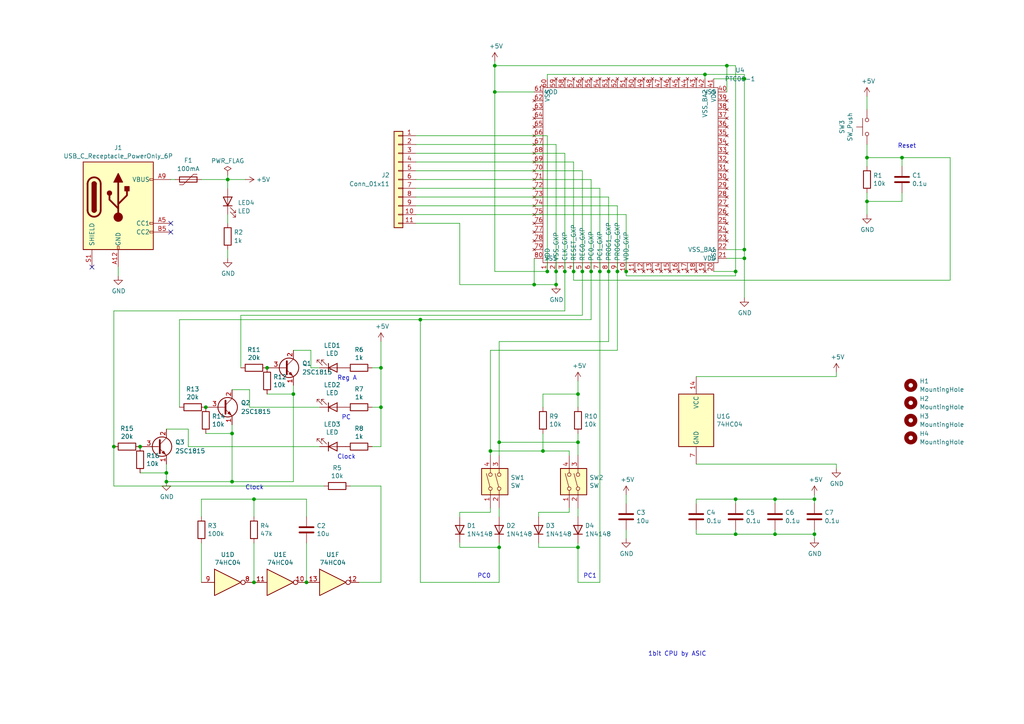
<source format=kicad_sch>
(kicad_sch (version 20231120) (generator "eeschema") (generator_version "8.0")
  (paper "A4")
  (lib_symbols
    (symbol "1bit-cpu-rescue:PTC06-1_GxP"
      (property "Reference" "U" (at 0 0 0))
      (property "Value" "PTC06-1" (at 3.81 -2.032 0))
      (symbol "PTC06-1_GxP_0_1"
        (rectangle (start -25.4 26.67) (end 25.4 -24.13))
      )
      (symbol "PTC06-1_GxP_1_0"
        (pin power_in line (at -24.13 -26.67 90) (length 2.54) (name "VDD") (number "1"))
        (pin power_out line (at -1.27 -26.67 90) (length 2.54) (name "VDD_GXP") (number "10"))
        (pin no_connect line (at 1.27 -26.67 90) (length 2.54) (name "") (number "11"))
        (pin no_connect line (at 3.81 -26.67 90) (length 2.54) (name "") (number "12"))
        (pin no_connect line (at 6.35 -26.67 90) (length 2.54) (name "") (number "13"))
        (pin no_connect line (at 8.89 -26.67 90) (length 2.54) (name "") (number "14"))
        (pin no_connect line (at 11.43 -26.67 90) (length 2.54) (name "") (number "15"))
        (pin no_connect line (at 13.97 -26.67 90) (length 2.54) (name "") (number "16"))
        (pin no_connect line (at 16.51 -26.67 90) (length 2.54) (name "") (number "17"))
        (pin no_connect line (at 19.05 -26.67 90) (length 2.54) (name "") (number "18"))
        (pin no_connect line (at 21.59 -26.67 90) (length 2.54) (name "") (number "19"))
        (pin power_in line (at -21.59 -26.67 90) (length 2.54) (name "VSS_GXP") (number "2"))
        (pin power_in line (at 24.13 -26.67 90) (length 2.54) (name "VSS") (number "20"))
        (pin power_in line (at 27.94 -22.86 180) (length 2.54) (name "VDD") (number "21"))
        (pin power_in line (at 27.94 -20.32 180) (length 2.54) (name "VSS_BA1") (number "22"))
        (pin no_connect line (at 27.94 -17.78 180) (length 2.54) (name "") (number "23"))
        (pin no_connect line (at 27.94 -15.24 180) (length 2.54) (name "") (number "24"))
        (pin no_connect line (at 27.94 -12.7 180) (length 2.54) (name "") (number "25"))
        (pin no_connect line (at 27.94 -10.16 180) (length 2.54) (name "") (number "26"))
        (pin no_connect line (at 27.94 -7.62 180) (length 2.54) (name "") (number "27"))
        (pin no_connect line (at 27.94 -5.08 180) (length 2.54) (name "") (number "28"))
        (pin no_connect line (at 27.94 -2.54 180) (length 2.54) (name "") (number "29"))
        (pin input line (at -19.05 -26.67 90) (length 2.54) (name "CLK_GXP") (number "3"))
        (pin no_connect line (at 27.94 0 180) (length 2.54) (name "") (number "30"))
        (pin no_connect line (at 27.94 2.54 180) (length 2.54) (name "") (number "31"))
        (pin no_connect line (at 27.94 5.08 180) (length 2.54) (name "") (number "32"))
        (pin no_connect line (at 27.94 7.62 180) (length 2.54) (name "") (number "33"))
        (pin no_connect line (at 27.94 10.16 180) (length 2.54) (name "") (number "34"))
        (pin no_connect line (at 27.94 12.7 180) (length 2.54) (name "") (number "35"))
        (pin no_connect line (at 27.94 15.24 180) (length 2.54) (name "") (number "36"))
        (pin no_connect line (at 27.94 17.78 180) (length 2.54) (name "") (number "37"))
        (pin no_connect line (at 27.94 20.32 180) (length 2.54) (name "") (number "38"))
        (pin no_connect line (at 27.94 22.86 180) (length 2.54) (name "") (number "39"))
        (pin output line (at -16.51 -26.67 90) (length 2.54) (name "RESET_GXP") (number "4"))
        (pin power_in line (at 27.94 25.4 180) (length 2.54) (name "VSS") (number "40"))
        (pin power_in line (at 24.13 29.21 270) (length 2.54) (name "VDD") (number "41"))
        (pin power_in line (at 21.59 29.21 270) (length 2.54) (name "VSS_BA2") (number "42"))
        (pin no_connect line (at 19.05 29.21 270) (length 2.54) (name "") (number "43"))
        (pin no_connect line (at 16.51 29.21 270) (length 2.54) (name "") (number "44"))
        (pin no_connect line (at 13.97 29.21 270) (length 2.54) (name "") (number "45"))
        (pin no_connect line (at 11.43 29.21 270) (length 2.54) (name "") (number "46"))
        (pin no_connect line (at 8.89 29.21 270) (length 2.54) (name "") (number "47"))
        (pin no_connect line (at 6.35 29.21 270) (length 2.54) (name "") (number "48"))
        (pin no_connect line (at 3.81 29.21 270) (length 2.54) (name "") (number "49"))
        (pin output line (at -13.97 -26.67 90) (length 2.54) (name "REG0_GXP") (number "5"))
        (pin no_connect line (at 1.27 29.21 270) (length 2.54) (name "") (number "50"))
        (pin no_connect line (at -1.27 29.21 270) (length 2.54) (name "") (number "51"))
        (pin no_connect line (at -3.81 29.21 270) (length 2.54) (name "") (number "52"))
        (pin no_connect line (at -6.35 29.21 270) (length 2.54) (name "") (number "53"))
        (pin no_connect line (at -8.89 29.21 270) (length 2.54) (name "") (number "54"))
        (pin no_connect line (at -11.43 29.21 270) (length 2.54) (name "") (number "55"))
        (pin no_connect line (at -13.97 29.21 270) (length 2.54) (name "") (number "56"))
        (pin no_connect line (at -16.51 29.21 270) (length 2.54) (name "") (number "57"))
        (pin no_connect line (at -19.05 29.21 270) (length 2.54) (name "") (number "58"))
        (pin no_connect line (at -21.59 29.21 270) (length 2.54) (name "") (number "59"))
        (pin output line (at -11.43 -26.67 90) (length 2.54) (name "PC0_GXP") (number "6"))
        (pin power_in line (at -24.13 29.21 270) (length 2.54) (name "VSS") (number "60"))
        (pin power_in line (at -27.94 25.4 0) (length 2.54) (name "VDD") (number "61"))
        (pin no_connect line (at -27.94 22.86 0) (length 2.54) (name "") (number "62"))
        (pin no_connect line (at -27.94 20.32 0) (length 2.54) (name "") (number "63"))
        (pin no_connect line (at -27.94 17.78 0) (length 2.54) (name "") (number "64"))
        (pin no_connect line (at -27.94 15.24 0) (length 2.54) (name "") (number "65"))
        (pin no_connect line (at -27.94 12.7 0) (length 2.54) (name "") (number "66"))
        (pin no_connect line (at -27.94 10.16 0) (length 2.54) (name "") (number "67"))
        (pin no_connect line (at -27.94 7.62 0) (length 2.54) (name "") (number "68"))
        (pin no_connect line (at -27.94 5.08 0) (length 2.54) (name "") (number "69"))
        (pin output line (at -8.89 -26.67 90) (length 2.54) (name "PC1_GXP") (number "7"))
        (pin no_connect line (at -27.94 2.54 0) (length 2.54) (name "") (number "70"))
        (pin no_connect line (at -27.94 0 0) (length 2.54) (name "") (number "71"))
        (pin no_connect line (at -27.94 -2.54 0) (length 2.54) (name "") (number "72"))
        (pin no_connect line (at -27.94 -5.08 0) (length 2.54) (name "") (number "73"))
        (pin no_connect line (at -27.94 -7.62 0) (length 2.54) (name "") (number "74"))
        (pin no_connect line (at -27.94 -10.16 0) (length 2.54) (name "") (number "75"))
        (pin no_connect line (at -27.94 -12.7 0) (length 2.54) (name "") (number "76"))
        (pin no_connect line (at -27.94 -15.24 0) (length 2.54) (name "") (number "77"))
        (pin no_connect line (at -27.94 -17.78 0) (length 2.54) (name "") (number "78"))
        (pin no_connect line (at -27.94 -20.32 0) (length 2.54) (name "") (number "79"))
        (pin input line (at -6.35 -26.67 90) (length 2.54) (name "PROG1_GXP") (number "8"))
        (pin power_in line (at -27.94 -22.86 0) (length 2.54) (name "VSS") (number "80"))
        (pin input line (at -3.81 -26.67 90) (length 2.54) (name "PROG0_GXP") (number "9"))
      )
    )
    (symbol "74xx:74HC04"
      (property "Reference" "U" (at 0 1.27 0))
      (property "Value" "74HC04" (at 0 -1.27 0))
      (symbol "74HC04_1_0"
        (polyline (pts (xy -3.81 3.81) (xy -3.81 -3.81) (xy 3.81 0) (xy -3.81 3.81)) (stroke (width 0.254)) (fill (type background)))
        (pin input line (at -7.62 0 0) (length 3.81) (name "~") (number "1"))
        (pin output inverted (at 7.62 0 180) (length 3.81) (name "~") (number "2"))
      )
      (symbol "74HC04_2_0"
        (polyline (pts (xy -3.81 3.81) (xy -3.81 -3.81) (xy 3.81 0) (xy -3.81 3.81)) (stroke (width 0.254)) (fill (type background)))
        (pin input line (at -7.62 0 0) (length 3.81) (name "~") (number "3"))
        (pin output inverted (at 7.62 0 180) (length 3.81) (name "~") (number "4"))
      )
      (symbol "74HC04_3_0"
        (polyline (pts (xy -3.81 3.81) (xy -3.81 -3.81) (xy 3.81 0) (xy -3.81 3.81)) (stroke (width 0.254)) (fill (type background)))
        (pin input line (at -7.62 0 0) (length 3.81) (name "~") (number "5"))
        (pin output inverted (at 7.62 0 180) (length 3.81) (name "~") (number "6"))
      )
      (symbol "74HC04_4_0"
        (polyline (pts (xy -3.81 3.81) (xy -3.81 -3.81) (xy 3.81 0) (xy -3.81 3.81)) (stroke (width 0.254)) (fill (type background)))
        (pin output inverted (at 7.62 0 180) (length 3.81) (name "~") (number "8"))
        (pin input line (at -7.62 0 0) (length 3.81) (name "~") (number "9"))
      )
      (symbol "74HC04_5_0"
        (polyline (pts (xy -3.81 3.81) (xy -3.81 -3.81) (xy 3.81 0) (xy -3.81 3.81)) (stroke (width 0.254)) (fill (type background)))
        (pin output inverted (at 7.62 0 180) (length 3.81) (name "~") (number "10"))
        (pin input line (at -7.62 0 0) (length 3.81) (name "~") (number "11"))
      )
      (symbol "74HC04_6_0"
        (polyline (pts (xy -3.81 3.81) (xy -3.81 -3.81) (xy 3.81 0) (xy -3.81 3.81)) (stroke (width 0.254)) (fill (type background)))
        (pin output inverted (at 7.62 0 180) (length 3.81) (name "~") (number "12"))
        (pin input line (at -7.62 0 0) (length 3.81) (name "~") (number "13"))
      )
      (symbol "74HC04_7_0"
        (pin power_in line (at 0 12.7 270) (length 5.08) (name "VCC") (number "14"))
        (pin power_in line (at 0 -12.7 90) (length 5.08) (name "GND") (number "7"))
      )
      (symbol "74HC04_7_1"
        (rectangle (start -5.08 7.62) (end 5.08 -7.62) (stroke (width 0.254)) (fill (type background)))
      )
    )
    (symbol "Connector:USB_C_Receptacle_PowerOnly_6P" (pin_names (offset 1.016))
      (property "Reference" "J" (at 0 16.51 0))
      (property "Value" "USB_C_Receptacle_PowerOnly_6P" (at 0 13.97 0))
      (symbol "USB_C_Receptacle_PowerOnly_6P_0_0"
        (rectangle (start -0.254 -12.7) (end 0.254 -11.684))
        (rectangle (start 10.16 -7.366) (end 9.144 -7.874))
        (rectangle (start 10.16 -4.826) (end 9.144 -5.334))
        (rectangle (start 10.16 7.874) (end 9.144 7.366))
      )
      (symbol "USB_C_Receptacle_PowerOnly_6P_0_1"
        (rectangle (start -10.16 12.7) (end 10.16 -12.7) (stroke (width 0.254)) (fill (type background)))
        (arc (start -8.89 -1.27) (mid -6.985 -3.1667) (end -5.08 -1.27) (stroke (width 0.508)))
        (arc (start -7.62 -1.27) (mid -6.985 -1.9023) (end -6.35 -1.27) (stroke (width 0.254)))
        (arc (start -7.62 -1.27) (mid -6.985 -1.9023) (end -6.35 -1.27) (stroke (width 0.254)) (fill (type outline)))
        (rectangle (start -7.62 -1.27) (end -6.35 6.35) (stroke (width 0.254)) (fill (type outline)))
        (arc (start -6.35 6.35) (mid -6.985 6.9823) (end -7.62 6.35) (stroke (width 0.254)))
        (arc (start -6.35 6.35) (mid -6.985 6.9823) (end -7.62 6.35) (stroke (width 0.254)) (fill (type outline)))
        (arc (start -5.08 6.35) (mid -6.985 8.2467) (end -8.89 6.35) (stroke (width 0.508)))
        (circle (center -2.54 3.683) (radius 0.635) (stroke (width 0.254)) (fill (type outline)))
        (circle (center 0 -3.302) (radius 1.27) (fill (type outline)))
        (polyline (pts (xy -8.89 -1.27) (xy -8.89 6.35)) (stroke (width 0.508)))
        (polyline (pts (xy -5.08 6.35) (xy -5.08 -1.27)) (stroke (width 0.508)))
        (polyline (pts (xy 0 -3.302) (xy 0 6.858)) (stroke (width 0.508)))
        (polyline (pts (xy 0 -0.762) (xy -2.54 1.778) (xy -2.54 3.048)) (stroke (width 0.508)))
        (polyline (pts (xy 0 0.508) (xy 2.54 3.048) (xy 2.54 4.318)) (stroke (width 0.508)))
        (polyline (pts (xy -1.27 6.858) (xy 0 9.398) (xy 1.27 6.858) (xy -1.27 6.858)) (stroke (width 0.254)) (fill (type outline)))
        (rectangle (start 1.905 4.318) (end 3.175 5.588) (stroke (width 0.254)) (fill (type outline)))
      )
      (symbol "USB_C_Receptacle_PowerOnly_6P_1_1"
        (pin passive line (at 0 -17.78 90) (length 5.08) (name "GND") (number "A12"))
        (pin bidirectional line (at 15.24 -5.08 180) (length 5.08) (name "CC1") (number "A5"))
        (pin passive line (at 15.24 7.62 180) (length 5.08) (name "VBUS") (number "A9"))
        (pin passive line (at 0 -17.78 90) (length 5.08) hide (name "GND") (number "B12"))
        (pin bidirectional line (at 15.24 -7.62 180) (length 5.08) (name "CC2") (number "B5"))
        (pin passive line (at 15.24 7.62 180) (length 5.08) hide (name "VBUS") (number "B9"))
        (pin passive line (at -7.62 -17.78 90) (length 5.08) (name "SHIELD") (number "S1"))
      )
    )
    (symbol "Connector_Generic:Conn_01x11" (pin_names (offset 1.016) hide)
      (property "Reference" "J" (at 0 15.24 0))
      (property "Value" "Conn_01x11" (at 0 -15.24 0))
      (symbol "Conn_01x11_1_1"
        (rectangle (start -1.27 -12.573) (end 0 -12.827) (stroke (width 0.1524)))
        (rectangle (start -1.27 -10.033) (end 0 -10.287) (stroke (width 0.1524)))
        (rectangle (start -1.27 -7.493) (end 0 -7.747) (stroke (width 0.1524)))
        (rectangle (start -1.27 -4.953) (end 0 -5.207) (stroke (width 0.1524)))
        (rectangle (start -1.27 -2.413) (end 0 -2.667) (stroke (width 0.1524)))
        (rectangle (start -1.27 0.127) (end 0 -0.127) (stroke (width 0.1524)))
        (rectangle (start -1.27 2.667) (end 0 2.413) (stroke (width 0.1524)))
        (rectangle (start -1.27 5.207) (end 0 4.953) (stroke (width 0.1524)))
        (rectangle (start -1.27 7.747) (end 0 7.493) (stroke (width 0.1524)))
        (rectangle (start -1.27 10.287) (end 0 10.033) (stroke (width 0.1524)))
        (rectangle (start -1.27 12.827) (end 0 12.573) (stroke (width 0.1524)))
        (rectangle (start -1.27 13.97) (end 1.27 -13.97) (stroke (width 0.254)) (fill (type background)))
        (pin passive line (at -5.08 12.7 0) (length 3.81) (name "Pin_1") (number "1"))
        (pin passive line (at -5.08 -10.16 0) (length 3.81) (name "Pin_10") (number "10"))
        (pin passive line (at -5.08 -12.7 0) (length 3.81) (name "Pin_11") (number "11"))
        (pin passive line (at -5.08 10.16 0) (length 3.81) (name "Pin_2") (number "2"))
        (pin passive line (at -5.08 7.62 0) (length 3.81) (name "Pin_3") (number "3"))
        (pin passive line (at -5.08 5.08 0) (length 3.81) (name "Pin_4") (number "4"))
        (pin passive line (at -5.08 2.54 0) (length 3.81) (name "Pin_5") (number "5"))
        (pin passive line (at -5.08 0 0) (length 3.81) (name "Pin_6") (number "6"))
        (pin passive line (at -5.08 -2.54 0) (length 3.81) (name "Pin_7") (number "7"))
        (pin passive line (at -5.08 -5.08 0) (length 3.81) (name "Pin_8") (number "8"))
        (pin passive line (at -5.08 -7.62 0) (length 3.81) (name "Pin_9") (number "9"))
      )
    )
    (symbol "Device:C" (pin_numbers hide) (pin_names (offset 0.254))
      (property "Reference" "C" (at 0.635 2.54 0))
      (property "Value" "C" (at 0.635 -2.54 0))
      (symbol "C_0_1"
        (polyline (pts (xy -2.032 -0.762) (xy 2.032 -0.762)) (stroke (width 0.508)))
        (polyline (pts (xy -2.032 0.762) (xy 2.032 0.762)) (stroke (width 0.508)))
      )
      (symbol "C_1_1"
        (pin passive line (at 0 3.81 270) (length 2.794) (name "~") (number "1"))
        (pin passive line (at 0 -3.81 90) (length 2.794) (name "~") (number "2"))
      )
    )
    (symbol "Device:LED" (pin_numbers hide) (pin_names (offset 1.016) hide)
      (property "Reference" "D" (at 0 2.54 0))
      (property "Value" "LED" (at 0 -2.54 0))
      (symbol "LED_0_1"
        (polyline (pts (xy -1.27 -1.27) (xy -1.27 1.27)) (stroke (width 0.254)))
        (polyline (pts (xy -1.27 0) (xy 1.27 0)))
        (polyline (pts (xy 1.27 -1.27) (xy 1.27 1.27) (xy -1.27 0) (xy 1.27 -1.27)) (stroke (width 0.254)))
        (polyline (pts (xy -3.048 -0.762) (xy -4.572 -2.286) (xy -3.81 -2.286) (xy -4.572 -2.286) (xy -4.572 -1.524)))
        (polyline (pts (xy -1.778 -0.762) (xy -3.302 -2.286) (xy -2.54 -2.286) (xy -3.302 -2.286) (xy -3.302 -1.524)))
      )
      (symbol "LED_1_1"
        (pin passive line (at -3.81 0 0) (length 2.54) (name "K") (number "1"))
        (pin passive line (at 3.81 0 180) (length 2.54) (name "A") (number "2"))
      )
    )
    (symbol "Device:Polyfuse" (pin_numbers hide) (pin_names (offset 0))
      (property "Reference" "F" (at -2.54 0 90))
      (property "Value" "Polyfuse" (at 2.54 0 90))
      (symbol "Polyfuse_0_1"
        (rectangle (start -0.762 2.54) (end 0.762 -2.54) (stroke (width 0.254)))
        (polyline (pts (xy 0 2.54) (xy 0 -2.54)))
        (polyline (pts (xy -1.524 2.54) (xy -1.524 1.524) (xy 1.524 -1.524) (xy 1.524 -2.54)))
      )
      (symbol "Polyfuse_1_1"
        (pin passive line (at 0 3.81 270) (length 1.27) (name "~") (number "1"))
        (pin passive line (at 0 -3.81 90) (length 1.27) (name "~") (number "2"))
      )
    )
    (symbol "Device:R" (pin_numbers hide) (pin_names (offset 0))
      (property "Reference" "R" (at 2.032 0 90))
      (property "Value" "R" (at 0 0 90))
      (symbol "R_0_1"
        (rectangle (start -1.016 -2.54) (end 1.016 2.54) (stroke (width 0.254)))
      )
      (symbol "R_1_1"
        (pin passive line (at 0 3.81 270) (length 1.27) (name "~") (number "1"))
        (pin passive line (at 0 -3.81 90) (length 1.27) (name "~") (number "2"))
      )
    )
    (symbol "Diode:1N4148" (pin_numbers hide) (pin_names hide)
      (property "Reference" "D" (at 0 2.54 0))
      (property "Value" "1N4148" (at 0 -2.54 0))
      (symbol "1N4148_0_1"
        (polyline (pts (xy -1.27 1.27) (xy -1.27 -1.27)) (stroke (width 0.254)))
        (polyline (pts (xy 1.27 0) (xy -1.27 0)))
        (polyline (pts (xy 1.27 1.27) (xy 1.27 -1.27) (xy -1.27 0) (xy 1.27 1.27)) (stroke (width 0.254)))
      )
      (symbol "1N4148_1_1"
        (pin passive line (at -3.81 0 0) (length 2.54) (name "K") (number "1"))
        (pin passive line (at 3.81 0 180) (length 2.54) (name "A") (number "2"))
      )
    )
    (symbol "Mechanical:MountingHole" (pin_names (offset 1.016))
      (property "Reference" "H" (at 0 5.08 0))
      (property "Value" "MountingHole" (at 0 3.175 0))
      (symbol "MountingHole_0_1"
        (circle (center 0 0) (radius 1.27) (stroke (width 1.27)))
      )
    )
    (symbol "Switch:SW_DIP_x02" (pin_names (offset 0) hide)
      (property "Reference" "SW" (at 0 6.35 0))
      (property "Value" "SW_DIP_x02" (at 0 -3.81 0))
      (symbol "SW_DIP_x02_0_0"
        (circle (center -2.032 0) (radius 0.508))
        (circle (center -2.032 2.54) (radius 0.508))
        (polyline (pts (xy -1.524 0.127) (xy 2.3622 1.1684)))
        (polyline (pts (xy -1.524 2.667) (xy 2.3622 3.7084)))
        (circle (center 2.032 0) (radius 0.508))
        (circle (center 2.032 2.54) (radius 0.508))
      )
      (symbol "SW_DIP_x02_0_1"
        (rectangle (start -3.81 5.08) (end 3.81 -2.54) (stroke (width 0.254)) (fill (type background)))
      )
      (symbol "SW_DIP_x02_1_1"
        (pin passive line (at -7.62 2.54 0) (length 5.08) (name "~") (number "1"))
        (pin passive line (at -7.62 0 0) (length 5.08) (name "~") (number "2"))
        (pin passive line (at 7.62 0 180) (length 5.08) (name "~") (number "3"))
        (pin passive line (at 7.62 2.54 180) (length 5.08) (name "~") (number "4"))
      )
    )
    (symbol "Switch:SW_Push" (pin_numbers hide) (pin_names (offset 1.016) hide)
      (property "Reference" "SW" (at 1.27 2.54 0))
      (property "Value" "SW_Push" (at 0 -1.524 0))
      (symbol "SW_Push_0_1"
        (circle (center -2.032 0) (radius 0.508))
        (polyline (pts (xy 0 1.27) (xy 0 3.048)))
        (polyline (pts (xy 2.54 1.27) (xy -2.54 1.27)))
        (circle (center 2.032 0) (radius 0.508))
        (pin passive line (at -5.08 0 0) (length 2.54) (name "1") (number "1"))
        (pin passive line (at 5.08 0 180) (length 2.54) (name "2") (number "2"))
      )
    )
    (symbol "Transistor_BJT:2SC1815" (pin_names (offset 0) hide)
      (property "Reference" "Q" (at 5.08 1.905 0))
      (property "Value" "2SC1815" (at 5.08 0 0))
      (symbol "2SC1815_0_1"
        (polyline (pts (xy 0 0) (xy 0.508 0)))
        (polyline (pts (xy 0.635 0.635) (xy 2.54 2.54)))
        (polyline (pts (xy 0.635 -0.635) (xy 2.54 -2.54) (xy 2.54 -2.54)))
        (polyline (pts (xy 0.635 1.905) (xy 0.635 -1.905) (xy 0.635 -1.905)) (stroke (width 0.508)))
        (polyline (pts (xy 1.27 -1.778) (xy 1.778 -1.27) (xy 2.286 -2.286) (xy 1.27 -1.778) (xy 1.27 -1.778)) (fill (type outline)))
        (circle (center 1.27 0) (radius 2.8194) (stroke (width 0.254)))
      )
      (symbol "2SC1815_1_1"
        (pin passive line (at 2.54 -5.08 90) (length 2.54) (name "E") (number "1"))
        (pin passive line (at 2.54 5.08 270) (length 2.54) (name "C") (number "2"))
        (pin input line (at -5.08 0 0) (length 5.08) (name "B") (number "3"))
      )
    )
    (symbol "power:+5V" (power) (pin_names (offset 0))
      (property "Value" "+5V" (at 0 3.556 0))
      (symbol "+5V_0_1"
        (polyline (pts (xy -0.762 1.27) (xy 0 2.54)))
        (polyline (pts (xy 0 0) (xy 0 2.54)))
        (polyline (pts (xy 0 2.54) (xy 0.762 1.27)))
      )
      (symbol "+5V_1_1"
        (pin power_in line (at 0 0 90) (length 0) hide (name "+5V") (number "1"))
      )
    )
    (symbol "power:GND" (power) (pin_names (offset 0))
      (property "Value" "GND" (at 0 -3.81 0))
      (symbol "GND_0_1"
        (polyline (pts (xy 0 0) (xy 0 -1.27) (xy 1.27 -1.27) (xy 0 -2.54) (xy -1.27 -1.27) (xy 0 -1.27)))
      )
      (symbol "GND_1_1"
        (pin power_in line (at 0 0 270) (length 0) hide (name "GND") (number "1"))
      )
    )
    (symbol "power:PWR_FLAG" (power) (pin_numbers hide) (pin_names (offset 0) hide)
      (property "Value" "PWR_FLAG" (at 0 3.81 0))
      (symbol "PWR_FLAG_0_0"
        (pin power_out line (at 0 0 90) (length 0) (name "pwr") (number "1"))
      )
      (symbol "PWR_FLAG_0_1"
        (polyline (pts (xy 0 0) (xy 0 1.27) (xy -1.016 1.905) (xy 0 2.54) (xy 1.016 1.905) (xy 0 1.27)))
      )
    )
  )
  (junction (at 157.48 130.81))
  (junction (at 171.45 78.74))
  (junction (at 59.69 118.11))
  (junction (at 73.66 144.78))
  (junction (at 77.47 106.68))
  (junction (at 213.36 144.78))
  (junction (at 210.82 19.05))
  (junction (at 85.09 114.3))
  (junction (at 67.31 125.73))
  (junction (at 168.91 78.74))
  (junction (at 167.64 114.3))
  (junction (at 163.83 78.74))
  (junction (at 144.78 158.75))
  (junction (at 204.47 21.59))
  (junction (at 236.22 154.94))
  (junction (at 110.49 106.68))
  (junction (at 88.9 168.91))
  (junction (at 224.79 144.78))
  (junction (at 48.26 139.7))
  (junction (at 67.31 139.7))
  (junction (at 251.46 58.42))
  (junction (at 142.24 130.81))
  (junction (at 161.29 78.74))
  (junction (at 181.61 78.74))
  (junction (at 73.66 168.91))
  (junction (at 173.99 78.74))
  (junction (at 224.79 154.94))
  (junction (at 215.9 22.86))
  (junction (at 261.62 45.72))
  (junction (at 40.64 129.54))
  (junction (at 176.53 78.74))
  (junction (at 143.51 19.05))
  (junction (at 215.9 72.39))
  (junction (at 143.51 26.67))
  (junction (at 166.37 78.74))
  (junction (at 213.36 78.74))
  (junction (at 167.64 128.27))
  (junction (at 33.02 129.54))
  (junction (at 154.94 82.55))
  (junction (at 251.46 45.72))
  (junction (at 121.92 92.71))
  (junction (at 213.36 154.94))
  (junction (at 215.9 74.93))
  (junction (at 144.78 128.27))
  (junction (at 236.22 144.78))
  (junction (at 66.04 52.07))
  (junction (at 158.75 78.74))
  (junction (at 161.29 82.55))
  (junction (at 167.64 158.75))
  (junction (at 48.26 137.16))
  (junction (at 110.49 118.11))
  (junction (at 179.07 78.74))
  (no_connect (at 49.53 64.77))
  (no_connect (at 26.67 77.47))
  (no_connect (at 49.53 67.31))
  (wire (pts (xy 213.36 153.67) (xy 213.36 154.94)))
  (wire (pts (xy 101.6 140.97) (xy 110.49 140.97)))
  (wire (pts (xy 133.35 82.55) (xy 154.94 82.55)))
  (wire (pts (xy 168.91 91.44) (xy 168.91 78.74)))
  (wire (pts (xy 120.65 46.99) (xy 166.37 46.99)))
  (wire (pts (xy 120.65 57.15) (xy 176.53 57.15)))
  (wire (pts (xy 133.35 64.77) (xy 133.35 82.55)))
  (wire (pts (xy 33.02 129.54) (xy 33.02 90.17)))
  (wire (pts (xy 107.95 118.11) (xy 110.49 118.11)))
  (wire (pts (xy 110.49 106.68) (xy 110.49 118.11)))
  (wire (pts (xy 67.31 123.19) (xy 67.31 125.73)))
  (wire (pts (xy 275.59 45.72) (xy 275.59 81.28)))
  (wire (pts (xy 158.75 22.86) (xy 158.75 21.59)))
  (wire (pts (xy 242.57 135.89) (xy 242.57 134.62)))
  (wire (pts (xy 251.46 45.72) (xy 251.46 48.26)))
  (wire (pts (xy 142.24 101.6) (xy 142.24 130.81)))
  (wire (pts (xy 121.92 168.91) (xy 144.78 168.91)))
  (wire (pts (xy 110.49 118.11) (xy 110.49 129.54)))
  (wire (pts (xy 161.29 78.74) (xy 161.29 82.55)))
  (wire (pts (xy 242.57 109.22) (xy 242.57 107.95)))
  (wire (pts (xy 181.61 143.51) (xy 181.61 146.05)))
  (wire (pts (xy 251.46 55.88) (xy 251.46 58.42)))
  (wire (pts (xy 58.42 144.78) (xy 73.66 144.78)))
  (wire (pts (xy 133.35 148.59) (xy 142.24 148.59)))
  (wire (pts (xy 201.93 134.62) (xy 242.57 134.62)))
  (wire (pts (xy 215.9 21.59) (xy 215.9 22.86)))
  (wire (pts (xy 133.35 157.48) (xy 133.35 158.75)))
  (wire (pts (xy 52.07 92.71) (xy 121.92 92.71)))
  (wire (pts (xy 224.79 153.67) (xy 224.79 154.94)))
  (wire (pts (xy 215.9 74.93) (xy 215.9 86.36)))
  (wire (pts (xy 157.48 114.3) (xy 167.64 114.3)))
  (wire (pts (xy 73.66 157.48) (xy 73.66 168.91)))
  (wire (pts (xy 167.64 110.49) (xy 167.64 114.3)))
  (wire (pts (xy 201.93 144.78) (xy 213.36 144.78)))
  (wire (pts (xy 181.61 80.01) (xy 213.36 80.01)))
  (wire (pts (xy 161.29 41.91) (xy 161.29 78.74)))
  (wire (pts (xy 207.01 22.86) (xy 215.9 22.86)))
  (wire (pts (xy 236.22 146.05) (xy 236.22 144.78)))
  (wire (pts (xy 167.64 128.27) (xy 144.78 128.27)))
  (wire (pts (xy 213.36 19.05) (xy 210.82 19.05)))
  (wire (pts (xy 179.07 59.69) (xy 179.07 78.74)))
  (wire (pts (xy 120.65 44.45) (xy 163.83 44.45)))
  (wire (pts (xy 167.64 125.73) (xy 167.64 128.27)))
  (wire (pts (xy 144.78 99.06) (xy 144.78 128.27)))
  (wire (pts (xy 120.65 41.91) (xy 161.29 41.91)))
  (wire (pts (xy 251.46 58.42) (xy 261.62 58.42)))
  (wire (pts (xy 181.61 62.23) (xy 181.61 78.74)))
  (wire (pts (xy 224.79 144.78) (xy 236.22 144.78)))
  (wire (pts (xy 48.26 137.16) (xy 48.26 139.7)))
  (wire (pts (xy 85.09 101.6) (xy 90.17 101.6)))
  (wire (pts (xy 181.61 78.74) (xy 181.61 80.01)))
  (wire (pts (xy 171.45 92.71) (xy 171.45 78.74)))
  (wire (pts (xy 168.91 49.53) (xy 168.91 78.74)))
  (wire (pts (xy 251.46 45.72) (xy 261.62 45.72)))
  (wire (pts (xy 158.75 39.37) (xy 158.75 78.74)))
  (wire (pts (xy 213.36 80.01) (xy 213.36 78.74)))
  (wire (pts (xy 72.39 113.03) (xy 72.39 118.11)))
  (wire (pts (xy 204.47 21.59) (xy 215.9 21.59)))
  (wire (pts (xy 210.82 19.05) (xy 143.51 19.05)))
  (wire (pts (xy 236.22 153.67) (xy 236.22 154.94)))
  (wire (pts (xy 179.07 78.74) (xy 179.07 101.6)))
  (wire (pts (xy 121.92 92.71) (xy 171.45 92.71)))
  (wire (pts (xy 156.21 158.75) (xy 167.64 158.75)))
  (wire (pts (xy 77.47 114.3) (xy 85.09 114.3)))
  (wire (pts (xy 144.78 157.48) (xy 144.78 158.75)))
  (wire (pts (xy 71.12 52.07) (xy 66.04 52.07)))
  (wire (pts (xy 121.92 92.71) (xy 121.92 168.91)))
  (wire (pts (xy 120.65 52.07) (xy 171.45 52.07)))
  (wire (pts (xy 143.51 26.67) (xy 143.51 19.05)))
  (wire (pts (xy 67.31 139.7) (xy 48.26 139.7)))
  (wire (pts (xy 236.22 143.51) (xy 236.22 144.78)))
  (wire (pts (xy 85.09 139.7) (xy 67.31 139.7)))
  (wire (pts (xy 201.93 144.78) (xy 201.93 146.05)))
  (wire (pts (xy 251.46 41.91) (xy 251.46 45.72)))
  (wire (pts (xy 156.21 157.48) (xy 156.21 158.75)))
  (wire (pts (xy 201.93 154.94) (xy 213.36 154.94)))
  (wire (pts (xy 215.9 22.86) (xy 215.9 72.39)))
  (wire (pts (xy 48.26 134.62) (xy 48.26 137.16)))
  (wire (pts (xy 40.64 137.16) (xy 48.26 137.16)))
  (wire (pts (xy 163.83 78.74) (xy 163.83 90.17)))
  (wire (pts (xy 33.02 140.97) (xy 93.98 140.97)))
  (wire (pts (xy 48.26 124.46) (xy 54.61 124.46)))
  (wire (pts (xy 224.79 146.05) (xy 224.79 144.78)))
  (wire (pts (xy 50.8 52.07) (xy 49.53 52.07)))
  (wire (pts (xy 154.94 82.55) (xy 161.29 82.55)))
  (wire (pts (xy 154.94 26.67) (xy 143.51 26.67)))
  (wire (pts (xy 207.01 78.74) (xy 213.36 78.74)))
  (wire (pts (xy 107.95 106.68) (xy 110.49 106.68)))
  (wire (pts (xy 167.64 114.3) (xy 167.64 118.11)))
  (wire (pts (xy 204.47 22.86) (xy 204.47 21.59)))
  (wire (pts (xy 210.82 72.39) (xy 215.9 72.39)))
  (wire (pts (xy 120.65 59.69) (xy 179.07 59.69)))
  (wire (pts (xy 58.42 157.48) (xy 58.42 168.91)))
  (wire (pts (xy 176.53 57.15) (xy 176.53 78.74)))
  (wire (pts (xy 110.49 99.06) (xy 110.49 106.68)))
  (wire (pts (xy 261.62 45.72) (xy 275.59 45.72)))
  (wire (pts (xy 167.64 168.91) (xy 167.64 158.75)))
  (wire (pts (xy 171.45 52.07) (xy 171.45 78.74)))
  (wire (pts (xy 34.29 77.47) (xy 34.29 80.01)))
  (wire (pts (xy 59.69 125.73) (xy 67.31 125.73)))
  (wire (pts (xy 261.62 45.72) (xy 261.62 48.26)))
  (wire (pts (xy 213.36 144.78) (xy 213.36 146.05)))
  (wire (pts (xy 69.85 91.44) (xy 69.85 106.68)))
  (wire (pts (xy 213.36 154.94) (xy 224.79 154.94)))
  (wire (pts (xy 88.9 157.48) (xy 88.9 168.91)))
  (wire (pts (xy 142.24 101.6) (xy 179.07 101.6)))
  (wire (pts (xy 85.09 111.76) (xy 85.09 114.3)))
  (wire (pts (xy 181.61 153.67) (xy 181.61 156.21)))
  (wire (pts (xy 236.22 156.21) (xy 236.22 154.94)))
  (wire (pts (xy 107.95 129.54) (xy 110.49 129.54)))
  (wire (pts (xy 166.37 81.28) (xy 166.37 78.74)))
  (wire (pts (xy 157.48 118.11) (xy 157.48 114.3)))
  (wire (pts (xy 142.24 130.81) (xy 157.48 130.81)))
  (wire (pts (xy 66.04 62.23) (xy 66.04 64.77)))
  (wire (pts (xy 213.36 78.74) (xy 213.36 19.05)))
  (wire (pts (xy 52.07 92.71) (xy 52.07 118.11)))
  (wire (pts (xy 154.94 74.93) (xy 154.94 82.55)))
  (wire (pts (xy 66.04 74.93) (xy 66.04 72.39)))
  (wire (pts (xy 173.99 54.61) (xy 173.99 78.74)))
  (wire (pts (xy 210.82 26.67) (xy 210.82 19.05)))
  (wire (pts (xy 92.71 106.68) (xy 90.17 106.68)))
  (wire (pts (xy 143.51 78.74) (xy 143.51 26.67)))
  (wire (pts (xy 210.82 74.93) (xy 215.9 74.93)))
  (wire (pts (xy 275.59 81.28) (xy 166.37 81.28)))
  (wire (pts (xy 67.31 113.03) (xy 72.39 113.03)))
  (wire (pts (xy 66.04 50.8) (xy 66.04 52.07)))
  (wire (pts (xy 144.78 158.75) (xy 144.78 168.91)))
  (wire (pts (xy 167.64 158.75) (xy 167.64 157.48)))
  (wire (pts (xy 67.31 125.73) (xy 67.31 139.7)))
  (wire (pts (xy 176.53 99.06) (xy 144.78 99.06)))
  (wire (pts (xy 133.35 149.86) (xy 133.35 148.59)))
  (wire (pts (xy 213.36 144.78) (xy 224.79 144.78)))
  (wire (pts (xy 85.09 114.3) (xy 85.09 139.7)))
  (wire (pts (xy 104.14 168.91) (xy 110.49 168.91)))
  (wire (pts (xy 88.9 144.78) (xy 88.9 149.86)))
  (wire (pts (xy 58.42 149.86) (xy 58.42 144.78)))
  (wire (pts (xy 110.49 140.97) (xy 110.49 168.91)))
  (wire (pts (xy 73.66 144.78) (xy 73.66 149.86)))
  (wire (pts (xy 142.24 132.08) (xy 142.24 130.81)))
  (wire (pts (xy 133.35 158.75) (xy 144.78 158.75)))
  (wire (pts (xy 69.85 91.44) (xy 168.91 91.44)))
  (wire (pts (xy 72.39 118.11) (xy 92.71 118.11)))
  (wire (pts (xy 176.53 78.74) (xy 176.53 99.06)))
  (wire (pts (xy 158.75 21.59) (xy 204.47 21.59)))
  (wire (pts (xy 167.64 147.32) (xy 167.64 149.86)))
  (wire (pts (xy 236.22 154.94) (xy 224.79 154.94)))
  (wire (pts (xy 173.99 78.74) (xy 173.99 168.91)))
  (wire (pts (xy 120.65 54.61) (xy 173.99 54.61)))
  (wire (pts (xy 54.61 124.46) (xy 54.61 129.54)))
  (wire (pts (xy 156.21 149.86) (xy 156.21 148.59)))
  (wire (pts (xy 165.1 130.81) (xy 165.1 132.08)))
  (wire (pts (xy 120.65 39.37) (xy 158.75 39.37)))
  (wire (pts (xy 165.1 148.59) (xy 165.1 147.32)))
  (wire (pts (xy 163.83 44.45) (xy 163.83 78.74)))
  (wire (pts (xy 158.75 78.74) (xy 143.51 78.74)))
  (wire (pts (xy 173.99 168.91) (xy 167.64 168.91)))
  (wire (pts (xy 167.64 128.27) (xy 167.64 132.08)))
  (wire (pts (xy 33.02 90.17) (xy 163.83 90.17)))
  (wire (pts (xy 143.51 19.05) (xy 143.51 17.78)))
  (wire (pts (xy 156.21 148.59) (xy 165.1 148.59)))
  (wire (pts (xy 201.93 154.94) (xy 201.93 153.67)))
  (wire (pts (xy 261.62 55.88) (xy 261.62 58.42)))
  (wire (pts (xy 142.24 147.32) (xy 142.24 148.59)))
  (wire (pts (xy 251.46 27.94) (xy 251.46 31.75)))
  (wire (pts (xy 144.78 128.27) (xy 144.78 132.08)))
  (wire (pts (xy 58.42 52.07) (xy 66.04 52.07)))
  (wire (pts (xy 157.48 125.73) (xy 157.48 130.81)))
  (wire (pts (xy 201.93 109.22) (xy 242.57 109.22)))
  (wire (pts (xy 166.37 46.99) (xy 166.37 78.74)))
  (wire (pts (xy 33.02 140.97) (xy 33.02 129.54)))
  (wire (pts (xy 144.78 147.32) (xy 144.78 149.86)))
  (wire (pts (xy 215.9 72.39) (xy 215.9 74.93)))
  (wire (pts (xy 120.65 62.23) (xy 181.61 62.23)))
  (wire (pts (xy 120.65 49.53) (xy 168.91 49.53)))
  (wire (pts (xy 120.65 64.77) (xy 133.35 64.77)))
  (wire (pts (xy 251.46 58.42) (xy 251.46 62.23)))
  (wire (pts (xy 157.48 130.81) (xy 165.1 130.81)))
  (wire (pts (xy 90.17 101.6) (xy 90.17 106.68)))
  (wire (pts (xy 66.04 52.07) (xy 66.04 54.61)))
  (wire (pts (xy 54.61 129.54) (xy 92.71 129.54)))
  (wire (pts (xy 73.66 144.78) (xy 88.9 144.78)))
  (text "Reg A" (at 97.79 110.49 0) (effects (font (size 1.27 1.27)) (justify left bottom)))
  (text "Clock" (at 71.12 142.24 0) (effects (font (size 1.27 1.27)) (justify left bottom)))
  (text "1bit CPU by ASIC\n" (at 187.96 190.5 0) (effects (font (size 1.27 1.27)) (justify left bottom)))
  (text "Clock" (at 97.79 133.35 0) (effects (font (size 1.27 1.27)) (justify left bottom)))
  (text "PC0" (at 138.43 167.894 0) (effects (font (size 1.27 1.27)) (justify left bottom)))
  (text "PC" (at 99.06 121.92 0) (effects (font (size 1.27 1.27)) (justify left bottom)))
  (text "PC1" (at 169.164 167.894 0) (effects (font (size 1.27 1.27)) (justify left bottom)))
  (text "Reset" (at 260.35 43.18 0) (effects (font (size 1.27 1.27)) (justify left bottom)))
  (symbol (lib_id "Switch:SW_DIP_x02") (at 144.78 139.7 90) (unit 1)
    (property "Reference" "SW1" (at 148.082 138.5316 90) (effects (justify right)))
    (property "Value" "SW" (at 148.082 140.843 90) (effects (justify right)))
    (property "Footprint" "Button_Switch_THT:SW_DIP_SPSTx02_Slide_9.78x7.26mm_W7.62mm_P2.54mm" (effects (hide yes)))
  )
  (symbol (lib_id "Switch:SW_DIP_x02") (at 167.64 139.7 90) (unit 1)
    (property "Reference" "SW2" (at 170.942 138.5316 90) (effects (justify right)))
    (property "Value" "SW" (at 170.942 140.843 90) (effects (justify right)))
    (property "Footprint" "Button_Switch_THT:SW_DIP_SPSTx02_Slide_9.78x7.26mm_W7.62mm_P2.54mm" (effects (hide yes)))
  )
  (symbol (lib_id "Device:R") (at 97.79 140.97 90) (mirror x) (unit 1)
    (property "Reference" "R5" (at 97.79 135.7122 90))
    (property "Value" "10k" (at 97.79 138.0236 90))
    (property "Footprint" "Resistor_THT:R_Axial_DIN0207_L6.3mm_D2.5mm_P7.62mm_Horizontal" (effects (hide yes)))
  )
  (symbol (lib_id "Device:R") (at 157.48 121.92 0) (unit 1)
    (property "Reference" "R9" (at 159.258 120.7516 0) (effects (justify left)))
    (property "Value" "10k" (at 159.258 123.063 0) (effects (justify left)))
    (property "Footprint" "Resistor_THT:R_Axial_DIN0207_L6.3mm_D2.5mm_P7.62mm_Horizontal" (effects (hide yes)))
  )
  (symbol (lib_id "Device:R") (at 167.64 121.92 0) (unit 1)
    (property "Reference" "R10" (at 169.418 120.7516 0) (effects (justify left)))
    (property "Value" "10k" (at 169.418 123.063 0) (effects (justify left)))
    (property "Footprint" "Resistor_THT:R_Axial_DIN0207_L6.3mm_D2.5mm_P7.62mm_Horizontal" (effects (hide yes)))
  )
  (symbol (lib_id "power:+5V") (at 167.64 110.49 0) (unit 1)
    (property "Reference" "#PWR08" (effects (hide yes)))
    (property "Value" "+5V" (at 168.021 106.0958 0))
  )
  (symbol (lib_id "Device:R") (at 104.14 106.68 90) (mirror x) (unit 1)
    (property "Reference" "R6" (at 104.14 101.4222 90))
    (property "Value" "1k" (at 104.14 103.7336 90))
    (property "Footprint" "Resistor_THT:R_Axial_DIN0207_L6.3mm_D2.5mm_P7.62mm_Horizontal" (effects (hide yes)))
  )
  (symbol (lib_id "Device:R") (at 104.14 118.11 90) (mirror x) (unit 1)
    (property "Reference" "R7" (at 104.14 112.8522 90))
    (property "Value" "1k" (at 104.14 115.1636 90))
    (property "Footprint" "Resistor_THT:R_Axial_DIN0207_L6.3mm_D2.5mm_P7.62mm_Horizontal" (effects (hide yes)))
  )
  (symbol (lib_id "Device:R") (at 104.14 129.54 90) (mirror x) (unit 1)
    (property "Reference" "R8" (at 104.14 124.2822 90))
    (property "Value" "1k" (at 104.14 126.5936 90))
    (property "Footprint" "Resistor_THT:R_Axial_DIN0207_L6.3mm_D2.5mm_P7.62mm_Horizontal" (effects (hide yes)))
  )
  (symbol (lib_id "Device:LED") (at 96.52 129.54 0) (mirror x) (unit 1)
    (property "Reference" "LED3" (at 96.3422 123.063 0))
    (property "Value" "LED" (at 96.3422 125.3744 0))
    (property "Footprint" "LED_THT:LED_D5.0mm" (effects (hide yes)))
  )
  (symbol (lib_id "Device:LED") (at 96.52 118.11 0) (mirror x) (unit 1)
    (property "Reference" "LED2" (at 96.3422 111.633 0))
    (property "Value" "LED" (at 96.3422 113.9444 0))
    (property "Footprint" "LED_THT:LED_D5.0mm" (effects (hide yes)))
  )
  (symbol (lib_id "Device:LED") (at 96.52 106.68 0) (mirror x) (unit 1)
    (property "Reference" "LED1" (at 96.3422 100.203 0))
    (property "Value" "LED" (at 96.3422 102.5144 0))
    (property "Footprint" "LED_THT:LED_D5.0mm" (effects (hide yes)))
  )
  (symbol (lib_id "power:+5V") (at 242.57 107.95 0) (unit 1)
    (property "Reference" "#PWR015" (effects (hide yes)))
    (property "Value" "+5V" (at 242.951 103.5558 0))
  )
  (symbol (lib_id "power:GND") (at 48.26 139.7 0) (unit 1)
    (property "Reference" "#PWR06" (effects (hide yes)))
    (property "Value" "GND" (at 48.387 144.0942 0))
  )
  (symbol (lib_id "power:+5V") (at 143.51 17.78 0) (unit 1)
    (property "Reference" "#PWR07" (effects (hide yes)))
    (property "Value" "+5V" (at 143.891 13.3858 0))
  )
  (symbol (lib_id "74xx:74HC04") (at 201.93 121.92 0) (unit 7)
    (property "Reference" "U1" (at 207.772 120.7516 0) (effects (justify left)))
    (property "Value" "74HC04" (at 207.772 123.063 0) (effects (justify left)))
    (property "Footprint" "Package_DIP:DIP-14_W7.62mm_Socket" (effects (hide yes)))
    (property "Datasheet" "https://assets.nexperia.com/documents/data-sheet/74HC_HCT04.pdf" (effects (hide yes)))
  )
  (symbol (lib_id "74xx:74HC04") (at 66.04 168.91 0) (unit 4)
    (property "Reference" "U1" (at 66.04 160.8582 0))
    (property "Value" "74HC04" (at 66.04 163.1696 0))
    (property "Footprint" "Package_DIP:DIP-14_W7.62mm_Socket" (effects (hide yes)))
    (property "Datasheet" "https://assets.nexperia.com/documents/data-sheet/74HC_HCT04.pdf" (effects (hide yes)))
  )
  (symbol (lib_id "74xx:74HC04") (at 81.28 168.91 0) (unit 5)
    (property "Reference" "U1" (at 81.28 160.8582 0))
    (property "Value" "74HC04" (at 81.28 163.1696 0))
    (property "Footprint" "Package_DIP:DIP-14_W7.62mm_Socket" (effects (hide yes)))
    (property "Datasheet" "https://assets.nexperia.com/documents/data-sheet/74HC_HCT04.pdf" (effects (hide yes)))
  )
  (symbol (lib_id "74xx:74HC04") (at 96.52 168.91 0) (unit 6)
    (property "Reference" "U1" (at 96.52 160.8582 0))
    (property "Value" "74HC04" (at 96.52 163.1696 0))
    (property "Footprint" "Package_DIP:DIP-14_W7.62mm_Socket" (effects (hide yes)))
    (property "Datasheet" "https://assets.nexperia.com/documents/data-sheet/74HC_HCT04.pdf" (effects (hide yes)))
  )
  (symbol (lib_id "Device:R") (at 58.42 153.67 0) (unit 1)
    (property "Reference" "R3" (at 60.198 152.5016 0) (effects (justify left)))
    (property "Value" "100k" (at 60.198 154.813 0) (effects (justify left)))
    (property "Footprint" "Resistor_THT:R_Axial_DIN0207_L6.3mm_D2.5mm_P7.62mm_Horizontal" (effects (hide yes)))
  )
  (symbol (lib_id "Device:R") (at 73.66 153.67 0) (unit 1)
    (property "Reference" "R4" (at 75.438 152.5016 0) (effects (justify left)))
    (property "Value" "47k" (at 75.438 154.813 0) (effects (justify left)))
    (property "Footprint" "Resistor_THT:R_Axial_DIN0207_L6.3mm_D2.5mm_P7.62mm_Horizontal" (effects (hide yes)))
  )
  (symbol (lib_id "Device:C") (at 88.9 153.67 0) (unit 1)
    (property "Reference" "C2" (at 91.821 152.5016 0) (effects (justify left)))
    (property "Value" "10u" (at 91.821 154.813 0) (effects (justify left)))
    (property "Footprint" "Capacitor_THT:C_Disc_D4.3mm_W1.9mm_P5.00mm" (effects (hide yes)))
  )
  (symbol (lib_id "power:+5V") (at 181.61 143.51 0) (unit 1)
    (property "Reference" "#PWR010" (effects (hide yes)))
    (property "Value" "+5V" (at 181.991 139.1158 0))
  )
  (symbol (lib_id "power:GND") (at 181.61 156.21 0) (unit 1)
    (property "Reference" "#PWR011" (effects (hide yes)))
    (property "Value" "GND" (at 181.737 160.6042 0))
  )
  (symbol (lib_id "Switch:SW_Push") (at 251.46 36.83 90) (mirror x) (unit 1)
    (property "Reference" "SW3" (at 244.221 36.83 0))
    (property "Value" "SW_Push" (at 246.5324 36.83 0))
    (property "Footprint" "Button_Switch_THT:SW_PUSH_6mm" (effects (hide yes)))
  )
  (symbol (lib_id "Device:R") (at 251.46 52.07 0) (unit 1)
    (property "Reference" "R1" (at 253.238 50.9016 0) (effects (justify left)))
    (property "Value" "10k" (at 253.238 53.213 0) (effects (justify left)))
    (property "Footprint" "Resistor_THT:R_Axial_DIN0207_L6.3mm_D2.5mm_P7.62mm_Horizontal" (effects (hide yes)))
  )
  (symbol (lib_id "power:GND") (at 251.46 62.23 0) (unit 1)
    (property "Reference" "#PWR03" (effects (hide yes)))
    (property "Value" "GND" (at 251.587 66.6242 0))
  )
  (symbol (lib_id "power:GND") (at 242.57 135.89 0) (unit 1)
    (property "Reference" "#PWR016" (effects (hide yes)))
    (property "Value" "GND" (at 242.697 140.2842 0))
  )
  (symbol (lib_id "power:+5V") (at 110.49 99.06 0) (unit 1)
    (property "Reference" "#PWR09" (effects (hide yes)))
    (property "Value" "+5V" (at 110.871 94.6658 0))
  )
  (symbol (lib_id "power:GND") (at 215.9 86.36 0) (unit 1)
    (property "Reference" "#PWR012" (effects (hide yes)))
    (property "Value" "GND" (at 216.027 90.7542 0))
  )
  (symbol (lib_id "power:+5V") (at 251.46 27.94 0) (unit 1)
    (property "Reference" "#PWR02" (effects (hide yes)))
    (property "Value" "+5V" (at 251.841 23.5458 0))
  )
  (symbol (lib_id "power:+5V") (at 236.22 143.51 0) (unit 1)
    (property "Reference" "#PWR013" (effects (hide yes)))
    (property "Value" "+5V" (at 236.601 139.1158 0))
  )
  (symbol (lib_id "Device:Polyfuse") (at 54.61 52.07 90) (unit 1)
    (property "Reference" "F1" (at 54.61 46.5287 90))
    (property "Value" "100mA" (at 54.61 48.9529 90))
    (property "Footprint" "Fuse:Fuse_Bourns_MF-RG300" (effects (hide yes)))
  )
  (symbol (lib_id "Device:R") (at 59.69 121.92 0) (unit 1)
    (property "Reference" "R14" (at 61.468 120.7516 0) (effects (justify left)))
    (property "Value" "10k" (at 61.468 123.063 0) (effects (justify left)))
    (property "Footprint" "Resistor_THT:R_Axial_DIN0207_L6.3mm_D2.5mm_P7.62mm_Horizontal" (effects (hide yes)))
  )
  (symbol (lib_id "Device:C") (at 236.22 149.86 180) (unit 1)
    (property "Reference" "C7" (at 239.141 148.6479 0) (effects (justify right)))
    (property "Value" "0.1u" (at 239.141 151.0721 0) (effects (justify right)))
    (property "Footprint" "Capacitor_THT:C_Disc_D4.3mm_W1.9mm_P5.00mm" (effects (hide yes)))
  )
  (symbol (lib_id "Device:R") (at 40.64 133.35 0) (unit 1)
    (property "Reference" "R16" (at 42.418 132.1816 0) (effects (justify left)))
    (property "Value" "10k" (at 42.418 134.493 0) (effects (justify left)))
    (property "Footprint" "Resistor_THT:R_Axial_DIN0207_L6.3mm_D2.5mm_P7.62mm_Horizontal" (effects (hide yes)))
  )
  (symbol (lib_id "Transistor_BJT:2SC1815") (at 45.72 129.54 0) (unit 1)
    (property "Reference" "Q3" (at 50.8 128.2699 0) (effects (justify left)))
    (property "Value" "2SC1815" (at 50.8 130.8099 0) (effects (justify left)))
    (property "Footprint" "Package_TO_SOT_THT:TO-92_Inline" (effects (hide yes)))
    (property "Datasheet" "https://media.digikey.com/pdf/Data%20Sheets/Toshiba%20PDFs/2SC1815.pdf" (effects (hide yes)))
    (property "Description" "0.15A Ic, 50V Vce, Low Noise Audio NPN Transistor, TO-92" (effects (hide yes)))
  )
  (symbol (lib_id "Diode:1N4148") (at 144.78 153.67 90) (unit 1)
    (property "Reference" "D2" (at 146.812 152.4579 90) (effects (justify right)))
    (property "Value" "1N4148" (at 146.812 154.8821 90) (effects (justify right)))
    (property "Footprint" "Diode_THT:D_DO-35_SOD27_P7.62mm_Horizontal" (effects (hide yes)))
    (property "Datasheet" "https://assets.nexperia.com/documents/data-sheet/1N4148_1N4448.pdf" (effects (hide yes)))
    (property "Sim.Device" "D" (effects (hide yes)))
    (property "Sim.Pins" "1=K 2=A" (effects (hide yes)))
  )
  (symbol (lib_id "Device:R") (at 36.83 129.54 90) (mirror x) (unit 1)
    (property "Reference" "R15" (at 36.83 124.2822 90))
    (property "Value" "20k" (at 36.83 126.5936 90))
    (property "Footprint" "Resistor_THT:R_Axial_DIN0207_L6.3mm_D2.5mm_P7.62mm_Horizontal" (effects (hide yes)))
  )
  (symbol (lib_id "Device:R") (at 66.04 68.58 0) (unit 1)
    (property "Reference" "R2" (at 67.818 67.3679 0) (effects (justify left)))
    (property "Value" "1k" (at 67.818 69.7921 0) (effects (justify left)))
    (property "Footprint" "Resistor_THT:R_Axial_DIN0207_L6.3mm_D2.5mm_P7.62mm_Horizontal" (effects (hide yes)))
  )
  (symbol (lib_id "Connector:USB_C_Receptacle_PowerOnly_6P") (at 34.29 59.69 0) (unit 1)
    (property "Reference" "J1" (at 34.29 42.8457 0))
    (property "Value" "USB_C_Receptacle_PowerOnly_6P" (at 34.29 45.2699 0))
    (property "Footprint" "Library:USB_C_PowerOnly" (effects (hide yes)))
    (property "Datasheet" "https://www.usb.org/sites/default/files/documents/usb_type-c.zip" (effects (hide yes)))
  )
  (symbol (lib_id "Device:C") (at 201.93 149.86 180) (unit 1)
    (property "Reference" "C4" (at 204.851 148.6479 0) (effects (justify right)))
    (property "Value" "0.1u" (at 204.851 151.0721 0) (effects (justify right)))
    (property "Footprint" "Capacitor_THT:C_Disc_D4.3mm_W1.9mm_P5.00mm" (effects (hide yes)))
  )
  (symbol (lib_id "Device:C") (at 261.62 52.07 180) (unit 1)
    (property "Reference" "C1" (at 264.541 50.8579 0) (effects (justify right)))
    (property "Value" "0.1u" (at 264.541 53.2821 0) (effects (justify right)))
    (property "Footprint" "Capacitor_THT:C_Disc_D4.3mm_W1.9mm_P5.00mm" (effects (hide yes)))
  )
  (symbol (lib_id "Device:C") (at 213.36 149.86 180) (unit 1)
    (property "Reference" "C5" (at 216.281 148.6479 0) (effects (justify right)))
    (property "Value" "0.1u" (at 216.281 151.0721 0) (effects (justify right)))
    (property "Footprint" "Capacitor_THT:C_Disc_D4.3mm_W1.9mm_P5.00mm" (effects (hide yes)))
  )
  (symbol (lib_id "power:GND") (at 34.29 80.01 0) (unit 1)
    (property "Reference" "#PWR01" (effects (hide yes)))
    (property "Value" "GND" (at 34.417 84.4042 0))
  )
  (symbol (lib_id "Device:R") (at 73.66 106.68 90) (mirror x) (unit 1)
    (property "Reference" "R11" (at 73.66 101.4222 90))
    (property "Value" "20k" (at 73.66 103.7336 90))
    (property "Footprint" "Resistor_THT:R_Axial_DIN0207_L6.3mm_D2.5mm_P7.62mm_Horizontal" (effects (hide yes)))
  )
  (symbol (lib_id "Diode:1N4148") (at 167.64 153.67 90) (unit 1)
    (property "Reference" "D4" (at 169.672 152.4579 90) (effects (justify right)))
    (property "Value" "1N4148" (at 169.672 154.8821 90) (effects (justify right)))
    (property "Footprint" "Diode_THT:D_DO-35_SOD27_P7.62mm_Horizontal" (effects (hide yes)))
    (property "Datasheet" "https://assets.nexperia.com/documents/data-sheet/1N4148_1N4448.pdf" (effects (hide yes)))
    (property "Sim.Device" "D" (effects (hide yes)))
    (property "Sim.Pins" "1=K 2=A" (effects (hide yes)))
  )
  (symbol (lib_id "Mechanical:MountingHole") (at 264.16 116.84 0) (unit 1)
    (property "Reference" "H2" (at 266.7 115.6279 0) (effects (justify left)))
    (property "Value" "MountingHole" (at 266.7 118.0521 0) (effects (justify left)))
    (property "Footprint" "MountingHole:MountingHole_3.2mm_M3" (effects (hide yes)))
  )
  (symbol (lib_id "Device:C") (at 224.79 149.86 180) (unit 1)
    (property "Reference" "C6" (at 227.711 148.6479 0) (effects (justify right)))
    (property "Value" "0.1u" (at 227.711 151.0721 0) (effects (justify right)))
    (property "Footprint" "Capacitor_THT:C_Disc_D4.3mm_W1.9mm_P5.00mm" (effects (hide yes)))
  )
  (symbol (lib_id "Diode:1N4148") (at 156.21 153.67 90) (unit 1)
    (property "Reference" "D3" (at 158.242 152.4579 90) (effects (justify right)))
    (property "Value" "1N4148" (at 158.242 154.8821 90) (effects (justify right)))
    (property "Footprint" "Diode_THT:D_DO-35_SOD27_P7.62mm_Horizontal" (effects (hide yes)))
    (property "Datasheet" "https://assets.nexperia.com/documents/data-sheet/1N4148_1N4448.pdf" (effects (hide yes)))
    (property "Sim.Device" "D" (effects (hide yes)))
    (property "Sim.Pins" "1=K 2=A" (effects (hide yes)))
  )
  (symbol (lib_id "power:GND") (at 66.04 74.93 0) (unit 1)
    (property "Reference" "#PWR04" (effects (hide yes)))
    (property "Value" "GND" (at 66.167 79.3242 0))
  )
  (symbol (lib_id "Device:R") (at 55.88 118.11 90) (mirror x) (unit 1)
    (property "Reference" "R13" (at 55.88 112.8522 90))
    (property "Value" "20k" (at 55.88 115.1636 90))
    (property "Footprint" "Resistor_THT:R_Axial_DIN0207_L6.3mm_D2.5mm_P7.62mm_Horizontal" (effects (hide yes)))
  )
  (symbol (lib_id "Transistor_BJT:2SC1815") (at 82.55 106.68 0) (unit 1)
    (property "Reference" "Q1" (at 87.63 105.4099 0) (effects (justify left)))
    (property "Value" "2SC1815" (at 87.63 107.9499 0) (effects (justify left)))
    (property "Footprint" "Package_TO_SOT_THT:TO-92_Inline" (effects (hide yes)))
    (property "Datasheet" "https://media.digikey.com/pdf/Data%20Sheets/Toshiba%20PDFs/2SC1815.pdf" (effects (hide yes)))
    (property "Description" "0.15A Ic, 50V Vce, Low Noise Audio NPN Transistor, TO-92" (effects (hide yes)))
  )
  (symbol (lib_id "power:GND") (at 236.22 156.21 0) (unit 1)
    (property "Reference" "#PWR014" (effects (hide yes)))
    (property "Value" "GND" (at 236.347 160.6042 0))
  )
  (symbol (lib_id "Transistor_BJT:2SC1815") (at 64.77 118.11 0) (unit 1)
    (property "Reference" "Q2" (at 69.85 116.8399 0) (effects (justify left)))
    (property "Value" "2SC1815" (at 69.85 119.3799 0) (effects (justify left)))
    (property "Footprint" "Package_TO_SOT_THT:TO-92_Inline" (effects (hide yes)))
    (property "Datasheet" "https://media.digikey.com/pdf/Data%20Sheets/Toshiba%20PDFs/2SC1815.pdf" (effects (hide yes)))
    (property "Description" "0.15A Ic, 50V Vce, Low Noise Audio NPN Transistor, TO-92" (effects (hide yes)))
  )
  (symbol (lib_id "Mechanical:MountingHole") (at 264.16 111.76 0) (unit 1)
    (property "Reference" "H1" (at 266.7 110.5479 0) (effects (justify left)))
    (property "Value" "MountingHole" (at 266.7 112.9721 0) (effects (justify left)))
    (property "Footprint" "MountingHole:MountingHole_3.2mm_M3" (effects (hide yes)))
  )
  (symbol (lib_id "1bit-cpu-rescue:PTC06-1_GxP") (at 182.88 52.07 0) (unit 1)
    (property "Reference" "U4" (at 214.63 20.3514 0))
    (property "Value" "PTC06-1" (at 214.63 22.8914 0))
    (property "Footprint" "Package_QFP:LQFP-80_12x12mm_P0.5mm" (effects (hide yes)))
    (property "Description" "ISHI-Kai OpenMPW-PCT06-1 Chip" (effects (hide yes)))
  )
  (symbol (lib_id "Mechanical:MountingHole") (at 264.16 121.92 0) (unit 1)
    (property "Reference" "H3" (at 266.7 120.7079 0) (effects (justify left)))
    (property "Value" "MountingHole" (at 266.7 123.1321 0) (effects (justify left)))
    (property "Footprint" "MountingHole:MountingHole_3.2mm_M3" (effects (hide yes)))
  )
  (symbol (lib_id "Diode:1N4148") (at 133.35 153.67 90) (unit 1)
    (property "Reference" "D1" (at 135.382 152.4579 90) (effects (justify right)))
    (property "Value" "1N4148" (at 135.382 154.8821 90) (effects (justify right)))
    (property "Footprint" "Diode_THT:D_DO-35_SOD27_P7.62mm_Horizontal" (effects (hide yes)))
    (property "Datasheet" "https://assets.nexperia.com/documents/data-sheet/1N4148_1N4448.pdf" (effects (hide yes)))
    (property "Sim.Device" "D" (effects (hide yes)))
    (property "Sim.Pins" "1=K 2=A" (effects (hide yes)))
  )
  (symbol (lib_id "power:+5V") (at 71.12 52.07 270) (unit 1)
    (property "Reference" "#PWR05" (effects (hide yes)))
    (property "Value" "+5V" (at 74.295 52.07 90) (effects (justify left)))
  )
  (symbol (lib_id "Device:LED") (at 66.04 58.42 90) (unit 1)
    (property "Reference" "LED4" (at 68.961 58.7954 90) (effects (justify right)))
    (property "Value" "LED" (at 68.961 61.2196 90) (effects (justify right)))
    (property "Footprint" "LED_THT:LED_D5.0mm" (effects (hide yes)))
  )
  (symbol (lib_id "Connector_Generic:Conn_01x11") (at 115.57 52.07 0) (mirror y) (unit 1)
    (property "Reference" "J2" (at 113.03 50.7999 0) (effects (justify left)))
    (property "Value" "Conn_01x11" (at 113.03 53.3399 0) (effects (justify left)))
    (property "Footprint" "Connector_PinHeader_2.54mm:PinHeader_1x11_P2.54mm_Vertical" (effects (hide yes)))
    (property "Description" "Generic connector, single row, 01x11, script generated (kicad-library-utils/schlib/autogen/connector/)" (effects (hide yes)))
  )
  (symbol (lib_id "Device:C") (at 181.61 149.86 180) (unit 1)
    (property "Reference" "C3" (at 184.531 148.6479 0) (effects (justify right)))
    (property "Value" "10u" (at 184.531 151.0721 0) (effects (justify right)))
    (property "Footprint" "Capacitor_THT:C_Disc_D4.3mm_W1.9mm_P5.00mm" (effects (hide yes)))
  )
  (symbol (lib_id "Mechanical:MountingHole") (at 264.16 127 0) (unit 1)
    (property "Reference" "H4" (at 266.7 125.7879 0) (effects (justify left)))
    (property "Value" "MountingHole" (at 266.7 128.2121 0) (effects (justify left)))
    (property "Footprint" "MountingHole:MountingHole_3.2mm_M3" (effects (hide yes)))
  )
  (symbol (lib_id "power:GND") (at 161.29 82.55 0) (unit 1)
    (property "Reference" "#PWR017" (effects (hide yes)))
    (property "Value" "GND" (at 161.417 86.9442 0))
  )
  (symbol (lib_id "Device:R") (at 77.47 110.49 0) (unit 1)
    (property "Reference" "R12" (at 79.248 109.3216 0) (effects (justify left)))
    (property "Value" "10k" (at 79.248 111.633 0) (effects (justify left)))
    (property "Footprint" "Resistor_THT:R_Axial_DIN0207_L6.3mm_D2.5mm_P7.62mm_Horizontal" (effects (hide yes)))
  )
  (symbol (lib_id "power:PWR_FLAG") (at 66.04 50.8 0) (unit 1)
    (property "Reference" "#FLG01" (effects (hide yes)))
    (property "Value" "PWR_FLAG" (at 66.04 46.6669 0))
  )
)
</source>
